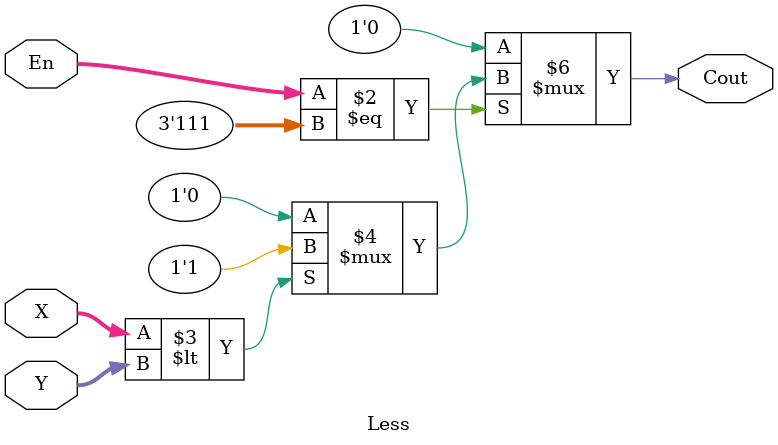
<source format=v>
module Less(X,Y,En,Cout);
input [7:0] X,Y;
input [2:0] En;
output Cout;
reg Cout;
always @(X,Y,En) begin
if(En == 3'b111)
Cout=(X<Y)?1'b1:1'b0;
else
Cout=1'b0;
end
endmodule

</source>
